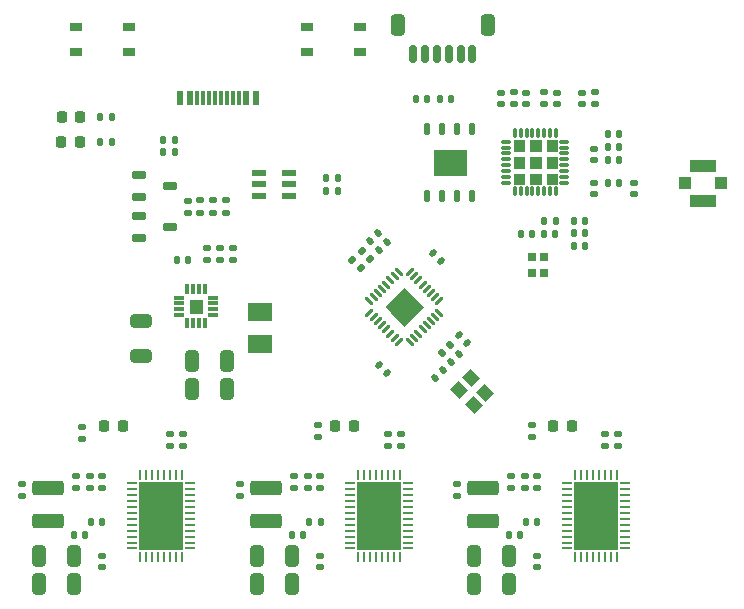
<source format=gbr>
%TF.GenerationSoftware,KiCad,Pcbnew,8.0.3*%
%TF.CreationDate,2024-09-21T15:41:28+02:00*%
%TF.ProjectId,POV_Motor_crtl,504f565f-4d6f-4746-9f72-5f6372746c2e,rev?*%
%TF.SameCoordinates,Original*%
%TF.FileFunction,Paste,Top*%
%TF.FilePolarity,Positive*%
%FSLAX46Y46*%
G04 Gerber Fmt 4.6, Leading zero omitted, Abs format (unit mm)*
G04 Created by KiCad (PCBNEW 8.0.3) date 2024-09-21 15:41:28*
%MOMM*%
%LPD*%
G01*
G04 APERTURE LIST*
G04 Aperture macros list*
%AMRoundRect*
0 Rectangle with rounded corners*
0 $1 Rounding radius*
0 $2 $3 $4 $5 $6 $7 $8 $9 X,Y pos of 4 corners*
0 Add a 4 corners polygon primitive as box body*
4,1,4,$2,$3,$4,$5,$6,$7,$8,$9,$2,$3,0*
0 Add four circle primitives for the rounded corners*
1,1,$1+$1,$2,$3*
1,1,$1+$1,$4,$5*
1,1,$1+$1,$6,$7*
1,1,$1+$1,$8,$9*
0 Add four rect primitives between the rounded corners*
20,1,$1+$1,$2,$3,$4,$5,0*
20,1,$1+$1,$4,$5,$6,$7,0*
20,1,$1+$1,$6,$7,$8,$9,0*
20,1,$1+$1,$8,$9,$2,$3,0*%
%AMRotRect*
0 Rectangle, with rotation*
0 The origin of the aperture is its center*
0 $1 length*
0 $2 width*
0 $3 Rotation angle, in degrees counterclockwise*
0 Add horizontal line*
21,1,$1,$2,0,0,$3*%
G04 Aperture macros list end*
%ADD10C,0.010000*%
%ADD11C,0.000000*%
%ADD12R,0.700000X0.750000*%
%ADD13RoundRect,0.140000X0.140000X0.170000X-0.140000X0.170000X-0.140000X-0.170000X0.140000X-0.170000X0*%
%ADD14RoundRect,0.250000X0.325000X0.650000X-0.325000X0.650000X-0.325000X-0.650000X0.325000X-0.650000X0*%
%ADD15RoundRect,0.135000X0.185000X-0.135000X0.185000X0.135000X-0.185000X0.135000X-0.185000X-0.135000X0*%
%ADD16RoundRect,0.055000X0.165000X-0.465000X0.165000X0.465000X-0.165000X0.465000X-0.165000X-0.465000X0*%
%ADD17RoundRect,0.135000X0.135000X0.185000X-0.135000X0.185000X-0.135000X-0.185000X0.135000X-0.185000X0*%
%ADD18RoundRect,0.140000X-0.170000X0.140000X-0.170000X-0.140000X0.170000X-0.140000X0.170000X0.140000X0*%
%ADD19RoundRect,0.135000X-0.185000X0.135000X-0.185000X-0.135000X0.185000X-0.135000X0.185000X0.135000X0*%
%ADD20RoundRect,0.250000X1.075000X-0.375000X1.075000X0.375000X-1.075000X0.375000X-1.075000X-0.375000X0*%
%ADD21RoundRect,0.140000X0.170000X-0.140000X0.170000X0.140000X-0.170000X0.140000X-0.170000X-0.140000X0*%
%ADD22RoundRect,0.031250X0.348250X-0.215668X-0.215668X0.348250X-0.348250X0.215668X0.215668X-0.348250X0*%
%ADD23RoundRect,0.031250X0.348250X0.215668X0.215668X0.348250X-0.348250X-0.215668X-0.215668X-0.348250X0*%
%ADD24RoundRect,0.162500X-0.447500X-0.162500X0.447500X-0.162500X0.447500X0.162500X-0.447500X0.162500X0*%
%ADD25RoundRect,0.300000X0.300000X0.600000X-0.300000X0.600000X-0.300000X-0.600000X0.300000X-0.600000X0*%
%ADD26RoundRect,0.150000X0.150000X0.625000X-0.150000X0.625000X-0.150000X-0.625000X0.150000X-0.625000X0*%
%ADD27RoundRect,0.218750X0.218750X0.256250X-0.218750X0.256250X-0.218750X-0.256250X0.218750X-0.256250X0*%
%ADD28RoundRect,0.140000X-0.140000X-0.170000X0.140000X-0.170000X0.140000X0.170000X-0.140000X0.170000X0*%
%ADD29RoundRect,0.218750X-0.218750X-0.256250X0.218750X-0.256250X0.218750X0.256250X-0.218750X0.256250X0*%
%ADD30RoundRect,0.250000X-0.650000X0.325000X-0.650000X-0.325000X0.650000X-0.325000X0.650000X0.325000X0*%
%ADD31RoundRect,0.135000X0.226274X0.035355X0.035355X0.226274X-0.226274X-0.035355X-0.035355X-0.226274X0*%
%ADD32RotRect,1.150000X1.000000X315.000000*%
%ADD33RoundRect,0.140000X-0.219203X-0.021213X-0.021213X-0.219203X0.219203X0.021213X0.021213X0.219203X0*%
%ADD34RoundRect,0.032500X0.397500X0.097500X-0.397500X0.097500X-0.397500X-0.097500X0.397500X-0.097500X0*%
%ADD35RoundRect,0.032500X0.097500X0.397500X-0.097500X0.397500X-0.097500X-0.397500X0.097500X-0.397500X0*%
%ADD36RoundRect,0.140000X0.021213X-0.219203X0.219203X-0.021213X-0.021213X0.219203X-0.219203X0.021213X0*%
%ADD37R,0.812800X0.254000*%
%ADD38R,0.254000X0.812800*%
%ADD39R,3.810000X5.791200*%
%ADD40RoundRect,0.135000X-0.135000X-0.185000X0.135000X-0.185000X0.135000X0.185000X-0.135000X0.185000X0*%
%ADD41R,2.000000X1.500000*%
%ADD42R,0.990600X0.711200*%
%ADD43RoundRect,0.147500X-0.147500X-0.172500X0.147500X-0.172500X0.147500X0.172500X-0.147500X0.172500X0*%
%ADD44RoundRect,0.041300X0.563700X0.253700X-0.563700X0.253700X-0.563700X-0.253700X0.563700X-0.253700X0*%
%ADD45RoundRect,0.033750X0.371250X0.101250X-0.371250X0.101250X-0.371250X-0.101250X0.371250X-0.101250X0*%
%ADD46RoundRect,0.033750X0.101250X0.371250X-0.101250X0.371250X-0.101250X-0.371250X0.101250X-0.371250X0*%
%ADD47RoundRect,0.140000X0.219203X0.021213X0.021213X0.219203X-0.219203X-0.021213X-0.021213X-0.219203X0*%
%ADD48R,1.050000X1.000000*%
%ADD49R,2.200000X1.050000*%
%ADD50R,0.600000X1.150000*%
%ADD51R,0.300000X1.150000*%
%ADD52RoundRect,0.140000X-0.021213X0.219203X-0.219203X0.021213X0.021213X-0.219203X0.219203X-0.021213X0*%
%ADD53RoundRect,0.135000X-0.035355X0.226274X-0.226274X0.035355X0.035355X-0.226274X0.226274X-0.035355X0*%
G04 APERTURE END LIST*
D10*
%TO.C,U201*%
X69063640Y-99980040D02*
X66343640Y-99980040D01*
X66343640Y-97820040D01*
X69063640Y-97820040D01*
X69063640Y-99980040D01*
G36*
X69063640Y-99980040D02*
G01*
X66343640Y-99980040D01*
X66343640Y-97820040D01*
X69063640Y-97820040D01*
X69063640Y-99980040D01*
G37*
%TO.C,U204*%
X65450777Y-111125000D02*
X63881000Y-112694777D01*
X62311223Y-111125000D01*
X63881000Y-109555223D01*
X65450777Y-111125000D01*
G36*
X65450777Y-111125000D02*
G01*
X63881000Y-112694777D01*
X62311223Y-111125000D01*
X63881000Y-109555223D01*
X65450777Y-111125000D01*
G37*
%TO.C,U401*%
X46758000Y-111604200D02*
X45698000Y-111604200D01*
X45698000Y-110544200D01*
X46758000Y-110544200D01*
X46758000Y-111604200D01*
G36*
X46758000Y-111604200D02*
G01*
X45698000Y-111604200D01*
X45698000Y-110544200D01*
X46758000Y-110544200D01*
X46758000Y-111604200D01*
G37*
D11*
%TO.C,U601*%
G36*
X61004900Y-127268707D02*
G01*
X59934900Y-127268707D01*
X59934900Y-126020907D01*
X61004900Y-126020907D01*
X61004900Y-127268707D01*
G37*
G36*
X61004900Y-128716507D02*
G01*
X59934900Y-128716507D01*
X59934900Y-127468707D01*
X61004900Y-127468707D01*
X61004900Y-128716507D01*
G37*
G36*
X61004900Y-130164307D02*
G01*
X59934900Y-130164307D01*
X59934900Y-128916507D01*
X61004900Y-128916507D01*
X61004900Y-130164307D01*
G37*
G36*
X61004900Y-131612107D02*
G01*
X59934900Y-131612107D01*
X59934900Y-130364307D01*
X61004900Y-130364307D01*
X61004900Y-131612107D01*
G37*
G36*
X62274900Y-127268707D02*
G01*
X61204900Y-127268707D01*
X61204900Y-126020907D01*
X62274900Y-126020907D01*
X62274900Y-127268707D01*
G37*
G36*
X62274900Y-128716507D02*
G01*
X61204900Y-128716507D01*
X61204900Y-127468707D01*
X62274900Y-127468707D01*
X62274900Y-128716507D01*
G37*
G36*
X62274900Y-130164307D02*
G01*
X61204900Y-130164307D01*
X61204900Y-128916507D01*
X62274900Y-128916507D01*
X62274900Y-130164307D01*
G37*
G36*
X62274900Y-131612107D02*
G01*
X61204900Y-131612107D01*
X61204900Y-130364307D01*
X62274900Y-130364307D01*
X62274900Y-131612107D01*
G37*
G36*
X63544900Y-127268707D02*
G01*
X62474900Y-127268707D01*
X62474900Y-126020907D01*
X63544900Y-126020907D01*
X63544900Y-127268707D01*
G37*
G36*
X63544900Y-128716507D02*
G01*
X62474900Y-128716507D01*
X62474900Y-127468707D01*
X63544900Y-127468707D01*
X63544900Y-128716507D01*
G37*
G36*
X63544900Y-130164307D02*
G01*
X62474900Y-130164307D01*
X62474900Y-128916507D01*
X63544900Y-128916507D01*
X63544900Y-130164307D01*
G37*
G36*
X63544900Y-131612107D02*
G01*
X62474900Y-131612107D01*
X62474900Y-130364307D01*
X63544900Y-130364307D01*
X63544900Y-131612107D01*
G37*
%TO.C,U501*%
G36*
X79354900Y-127268707D02*
G01*
X78284900Y-127268707D01*
X78284900Y-126020907D01*
X79354900Y-126020907D01*
X79354900Y-127268707D01*
G37*
G36*
X79354900Y-128716507D02*
G01*
X78284900Y-128716507D01*
X78284900Y-127468707D01*
X79354900Y-127468707D01*
X79354900Y-128716507D01*
G37*
G36*
X79354900Y-130164307D02*
G01*
X78284900Y-130164307D01*
X78284900Y-128916507D01*
X79354900Y-128916507D01*
X79354900Y-130164307D01*
G37*
G36*
X79354900Y-131612107D02*
G01*
X78284900Y-131612107D01*
X78284900Y-130364307D01*
X79354900Y-130364307D01*
X79354900Y-131612107D01*
G37*
G36*
X80624900Y-127268707D02*
G01*
X79554900Y-127268707D01*
X79554900Y-126020907D01*
X80624900Y-126020907D01*
X80624900Y-127268707D01*
G37*
G36*
X80624900Y-128716507D02*
G01*
X79554900Y-128716507D01*
X79554900Y-127468707D01*
X80624900Y-127468707D01*
X80624900Y-128716507D01*
G37*
G36*
X80624900Y-130164307D02*
G01*
X79554900Y-130164307D01*
X79554900Y-128916507D01*
X80624900Y-128916507D01*
X80624900Y-130164307D01*
G37*
G36*
X80624900Y-131612107D02*
G01*
X79554900Y-131612107D01*
X79554900Y-130364307D01*
X80624900Y-130364307D01*
X80624900Y-131612107D01*
G37*
G36*
X81894900Y-127268707D02*
G01*
X80824900Y-127268707D01*
X80824900Y-126020907D01*
X81894900Y-126020907D01*
X81894900Y-127268707D01*
G37*
G36*
X81894900Y-128716507D02*
G01*
X80824900Y-128716507D01*
X80824900Y-127468707D01*
X81894900Y-127468707D01*
X81894900Y-128716507D01*
G37*
G36*
X81894900Y-130164307D02*
G01*
X80824900Y-130164307D01*
X80824900Y-128916507D01*
X81894900Y-128916507D01*
X81894900Y-130164307D01*
G37*
G36*
X81894900Y-131612107D02*
G01*
X80824900Y-131612107D01*
X80824900Y-130364307D01*
X81894900Y-130364307D01*
X81894900Y-131612107D01*
G37*
D10*
%TO.C,U202*%
X74018040Y-97924640D02*
X73118040Y-97924640D01*
X73118040Y-97024640D01*
X74018040Y-97024640D01*
X74018040Y-97924640D01*
G36*
X74018040Y-97924640D02*
G01*
X73118040Y-97924640D01*
X73118040Y-97024640D01*
X74018040Y-97024640D01*
X74018040Y-97924640D01*
G37*
X74018040Y-100724640D02*
X73118040Y-100724640D01*
X73118040Y-99824640D01*
X74018040Y-99824640D01*
X74018040Y-100724640D01*
G36*
X74018040Y-100724640D02*
G01*
X73118040Y-100724640D01*
X73118040Y-99824640D01*
X74018040Y-99824640D01*
X74018040Y-100724640D01*
G37*
X74018041Y-98424640D02*
X74018041Y-99324640D01*
X73118040Y-99324641D01*
X73118040Y-98424639D01*
X74018041Y-98424640D01*
G36*
X74018041Y-98424640D02*
G01*
X74018041Y-99324640D01*
X73118040Y-99324641D01*
X73118040Y-98424639D01*
X74018041Y-98424640D01*
G37*
X75418040Y-97924641D02*
X74518040Y-97924641D01*
X74518039Y-97024640D01*
X75418041Y-97024640D01*
X75418040Y-97924641D01*
G36*
X75418040Y-97924641D02*
G01*
X74518040Y-97924641D01*
X74518039Y-97024640D01*
X75418041Y-97024640D01*
X75418040Y-97924641D01*
G37*
X75418040Y-99324640D02*
X74518040Y-99324640D01*
X74518040Y-98424640D01*
X75418040Y-98424640D01*
X75418040Y-99324640D01*
G36*
X75418040Y-99324640D02*
G01*
X74518040Y-99324640D01*
X74518040Y-98424640D01*
X75418040Y-98424640D01*
X75418040Y-99324640D01*
G37*
X75418041Y-100724640D02*
X74518039Y-100724640D01*
X74518040Y-99824639D01*
X75418040Y-99824639D01*
X75418041Y-100724640D01*
G36*
X75418041Y-100724640D02*
G01*
X74518039Y-100724640D01*
X74518040Y-99824639D01*
X75418040Y-99824639D01*
X75418041Y-100724640D01*
G37*
X76818040Y-97924640D02*
X75918040Y-97924640D01*
X75918040Y-97024640D01*
X76818040Y-97024640D01*
X76818040Y-97924640D01*
G36*
X76818040Y-97924640D02*
G01*
X75918040Y-97924640D01*
X75918040Y-97024640D01*
X76818040Y-97024640D01*
X76818040Y-97924640D01*
G37*
X76818040Y-99324641D02*
X75918039Y-99324640D01*
X75918039Y-98424640D01*
X76818040Y-98424639D01*
X76818040Y-99324641D01*
G36*
X76818040Y-99324641D02*
G01*
X75918039Y-99324640D01*
X75918039Y-98424640D01*
X76818040Y-98424639D01*
X76818040Y-99324641D01*
G37*
X76818040Y-100724640D02*
X75918040Y-100724640D01*
X75918040Y-99824640D01*
X76818040Y-99824640D01*
X76818040Y-100724640D01*
G36*
X76818040Y-100724640D02*
G01*
X75918040Y-100724640D01*
X75918040Y-99824640D01*
X76818040Y-99824640D01*
X76818040Y-100724640D01*
G37*
D11*
%TO.C,U301*%
G36*
X42525100Y-127268707D02*
G01*
X41455100Y-127268707D01*
X41455100Y-126020907D01*
X42525100Y-126020907D01*
X42525100Y-127268707D01*
G37*
G36*
X42525100Y-128716507D02*
G01*
X41455100Y-128716507D01*
X41455100Y-127468707D01*
X42525100Y-127468707D01*
X42525100Y-128716507D01*
G37*
G36*
X42525100Y-130164307D02*
G01*
X41455100Y-130164307D01*
X41455100Y-128916507D01*
X42525100Y-128916507D01*
X42525100Y-130164307D01*
G37*
G36*
X42525100Y-131612107D02*
G01*
X41455100Y-131612107D01*
X41455100Y-130364307D01*
X42525100Y-130364307D01*
X42525100Y-131612107D01*
G37*
G36*
X43795100Y-127268707D02*
G01*
X42725100Y-127268707D01*
X42725100Y-126020907D01*
X43795100Y-126020907D01*
X43795100Y-127268707D01*
G37*
G36*
X43795100Y-128716507D02*
G01*
X42725100Y-128716507D01*
X42725100Y-127468707D01*
X43795100Y-127468707D01*
X43795100Y-128716507D01*
G37*
G36*
X43795100Y-130164307D02*
G01*
X42725100Y-130164307D01*
X42725100Y-128916507D01*
X43795100Y-128916507D01*
X43795100Y-130164307D01*
G37*
G36*
X43795100Y-131612107D02*
G01*
X42725100Y-131612107D01*
X42725100Y-130364307D01*
X43795100Y-130364307D01*
X43795100Y-131612107D01*
G37*
G36*
X45065100Y-127268707D02*
G01*
X43995100Y-127268707D01*
X43995100Y-126020907D01*
X45065100Y-126020907D01*
X45065100Y-127268707D01*
G37*
G36*
X45065100Y-128716507D02*
G01*
X43995100Y-128716507D01*
X43995100Y-127468707D01*
X45065100Y-127468707D01*
X45065100Y-128716507D01*
G37*
G36*
X45065100Y-130164307D02*
G01*
X43995100Y-130164307D01*
X43995100Y-128916507D01*
X45065100Y-128916507D01*
X45065100Y-130164307D01*
G37*
G36*
X45065100Y-131612107D02*
G01*
X43995100Y-131612107D01*
X43995100Y-130364307D01*
X45065100Y-130364307D01*
X45065100Y-131612107D01*
G37*
%TD*%
D12*
%TO.C,X201*%
X75722040Y-108261841D03*
X75722040Y-106911841D03*
X74722042Y-106911841D03*
X74722042Y-108261841D03*
%TD*%
D13*
%TO.C,C302*%
X36844000Y-130424200D03*
X35884000Y-130424200D03*
%TD*%
D14*
%TO.C,C308*%
X35883200Y-132176800D03*
X32933200Y-132176800D03*
%TD*%
D15*
%TO.C,R302*%
X44009400Y-122882400D03*
X44009400Y-121862400D03*
%TD*%
%TO.C,R408*%
X47675800Y-103125999D03*
X47675800Y-102106001D03*
%TD*%
D16*
%TO.C,U201*%
X65798640Y-101745040D03*
X67068640Y-101745040D03*
X68338640Y-101745040D03*
X69608640Y-101745040D03*
X69608640Y-96055040D03*
X68338640Y-96055040D03*
X67068640Y-96055040D03*
X65798640Y-96055040D03*
%TD*%
D17*
%TO.C,R401*%
X39117999Y-94997200D03*
X38098001Y-94997200D03*
%TD*%
D15*
%TO.C,R503*%
X81931400Y-122882399D03*
X81931400Y-121862401D03*
%TD*%
D18*
%TO.C,C503*%
X75124200Y-132204800D03*
X75124200Y-133164800D03*
%TD*%
D19*
%TO.C,R406*%
X45542200Y-102108001D03*
X45542200Y-103127999D03*
%TD*%
D20*
%TO.C,L601*%
X52176800Y-129233400D03*
X52176800Y-126433400D03*
%TD*%
D21*
%TO.C,C206*%
X72072441Y-93944440D03*
X72072441Y-92984440D03*
%TD*%
D22*
%TO.C,U204*%
X64365368Y-114084242D03*
X64718922Y-113730688D03*
X65072475Y-113377135D03*
X65426028Y-113023582D03*
X65779582Y-112670028D03*
X66133135Y-112316475D03*
X66486688Y-111962922D03*
X66840242Y-111609368D03*
D23*
X66840242Y-110640632D03*
X66486688Y-110287078D03*
X66133135Y-109933525D03*
X65779582Y-109579972D03*
X65426028Y-109226418D03*
X65072475Y-108872865D03*
X64718922Y-108519312D03*
X64365368Y-108165758D03*
D22*
X63396632Y-108165758D03*
X63043078Y-108519312D03*
X62689525Y-108872865D03*
X62335972Y-109226418D03*
X61982418Y-109579972D03*
X61628865Y-109933525D03*
X61275312Y-110287078D03*
X60921758Y-110640632D03*
D23*
X60921758Y-111609368D03*
X61275312Y-111962922D03*
X61628865Y-112316475D03*
X61982418Y-112670028D03*
X62335972Y-113023582D03*
X62689525Y-113377135D03*
X63043078Y-113730688D03*
X63396632Y-114084242D03*
%TD*%
D24*
%TO.C,Q401*%
X41412801Y-99913400D03*
X41412801Y-101813400D03*
X44032800Y-100863400D03*
%TD*%
D18*
%TO.C,C605*%
X56774200Y-125451000D03*
X56774200Y-126411000D03*
%TD*%
D13*
%TO.C,C301*%
X38317200Y-129306600D03*
X37357200Y-129306600D03*
%TD*%
D21*
%TO.C,C207*%
X76784200Y-93926600D03*
X76784200Y-92966600D03*
%TD*%
D25*
%TO.C,J203*%
X70940200Y-87208000D03*
X63340200Y-87208000D03*
D26*
X64640199Y-89733000D03*
X65640200Y-89733000D03*
X66640200Y-89733000D03*
X67640200Y-89733000D03*
X68640200Y-89732999D03*
X69640200Y-89733000D03*
%TD*%
D15*
%TO.C,R409*%
X48742601Y-103125999D03*
X48742601Y-102106001D03*
%TD*%
D18*
%TO.C,C211*%
X79921040Y-100629840D03*
X79921040Y-101589840D03*
%TD*%
D21*
%TO.C,C607*%
X54539000Y-126408400D03*
X54539000Y-125448400D03*
%TD*%
D27*
%TO.C,D301*%
X40055901Y-121183400D03*
X38480899Y-121183400D03*
%TD*%
D28*
%TO.C,C202*%
X66852800Y-93522800D03*
X67812800Y-93522800D03*
%TD*%
D29*
%TO.C,D401*%
X34848699Y-94996000D03*
X36423701Y-94996000D03*
%TD*%
D28*
%TO.C,C204*%
X78221840Y-103827639D03*
X79181840Y-103827639D03*
%TD*%
D18*
%TO.C,C606*%
X55707400Y-125448400D03*
X55707400Y-126408400D03*
%TD*%
D15*
%TO.C,R304*%
X36550600Y-122328399D03*
X36550600Y-121308401D03*
%TD*%
D30*
%TO.C,C401*%
X41579800Y-112342399D03*
X41579800Y-115292401D03*
%TD*%
D31*
%TO.C,R203*%
X60975166Y-107081282D03*
X60253918Y-106360034D03*
%TD*%
D21*
%TO.C,C215*%
X78930440Y-93944440D03*
X78930440Y-92984440D03*
%TD*%
D15*
%TO.C,R603*%
X63581400Y-122882400D03*
X63581400Y-121862400D03*
%TD*%
D14*
%TO.C,C304*%
X35883200Y-134564400D03*
X32933200Y-134564400D03*
%TD*%
D18*
%TO.C,C212*%
X83299240Y-100629840D03*
X83299240Y-101589840D03*
%TD*%
D19*
%TO.C,R404*%
X48260000Y-106142601D03*
X48260000Y-107162599D03*
%TD*%
D13*
%TO.C,C213*%
X76667241Y-104919840D03*
X75707241Y-104919840D03*
%TD*%
D15*
%TO.C,R301*%
X31461800Y-127124200D03*
X31461800Y-126104200D03*
%TD*%
D19*
%TO.C,R402*%
X49352200Y-106144601D03*
X49352200Y-107164599D03*
%TD*%
D32*
%TO.C,X202*%
X68514671Y-118149540D03*
X69752108Y-119386977D03*
X70742057Y-118397028D03*
X69504620Y-117159591D03*
%TD*%
D33*
%TO.C,C223*%
X68480730Y-113497626D03*
X69159552Y-114176448D03*
%TD*%
D13*
%TO.C,C602*%
X55323800Y-130424200D03*
X54363800Y-130424200D03*
%TD*%
D15*
%TO.C,R504*%
X74701400Y-122099799D03*
X74701400Y-121079801D03*
%TD*%
D14*
%TO.C,C604*%
X54363000Y-134564400D03*
X51413000Y-134564400D03*
%TD*%
D18*
%TO.C,C506*%
X75124200Y-125451000D03*
X75124200Y-126411000D03*
%TD*%
D34*
%TO.C,U401*%
X47663000Y-111824200D03*
X47663000Y-111324200D03*
X47663000Y-110824200D03*
X47663000Y-110324200D03*
D35*
X46978000Y-109639200D03*
X46478000Y-109639200D03*
X45978000Y-109639200D03*
X45478000Y-109639200D03*
D34*
X44793000Y-110324200D03*
X44793000Y-110824200D03*
X44793000Y-111324200D03*
X44793000Y-111824200D03*
D35*
X45478000Y-112509200D03*
X45978000Y-112509200D03*
X46478000Y-112509200D03*
X46978000Y-112509200D03*
%TD*%
D13*
%TO.C,C201*%
X65806200Y-93522800D03*
X64846200Y-93522800D03*
%TD*%
D36*
%TO.C,C219*%
X61727577Y-106273823D03*
X62406399Y-105595001D03*
%TD*%
D14*
%TO.C,C404*%
X48846001Y-118059200D03*
X45895999Y-118059200D03*
%TD*%
D15*
%TO.C,R601*%
X49941600Y-127124200D03*
X49941600Y-126104200D03*
%TD*%
%TO.C,R303*%
X45101600Y-122882400D03*
X45101600Y-121862400D03*
%TD*%
D28*
%TO.C,C214*%
X73751439Y-104919840D03*
X74711439Y-104919840D03*
%TD*%
D37*
%TO.C,U601*%
X59288800Y-126065814D03*
X59288800Y-126565940D03*
X59288800Y-127066066D03*
X59288800Y-127566192D03*
X59288800Y-128066318D03*
X59288800Y-128566444D03*
X59288800Y-129066570D03*
X59288800Y-129566696D03*
X59288800Y-130066822D03*
X59288800Y-130566948D03*
X59288800Y-131067074D03*
X59288800Y-131567200D03*
D38*
X59989459Y-132270907D03*
X60489585Y-132270907D03*
X60989711Y-132270907D03*
X61489837Y-132270907D03*
X61989963Y-132270907D03*
X62490089Y-132270907D03*
X62990215Y-132270907D03*
X63490341Y-132270907D03*
D37*
X64191000Y-131567200D03*
X64191000Y-131067074D03*
X64191000Y-130566948D03*
X64191000Y-130066822D03*
X64191000Y-129566696D03*
X64191000Y-129066570D03*
X64191000Y-128566444D03*
X64191000Y-128066318D03*
X64191000Y-127566192D03*
X64191000Y-127066066D03*
X64191000Y-126565940D03*
X64191000Y-126065814D03*
D38*
X63490341Y-125362107D03*
X62990215Y-125362107D03*
X62490089Y-125362107D03*
X61989963Y-125362107D03*
X61489837Y-125362107D03*
X60989711Y-125362107D03*
X60489585Y-125362107D03*
X59989459Y-125362107D03*
D39*
X61739900Y-128816507D03*
%TD*%
D40*
%TO.C,R209*%
X43457400Y-96951800D03*
X44477400Y-96951800D03*
%TD*%
D18*
%TO.C,C303*%
X38294400Y-132204800D03*
X38294400Y-133164800D03*
%TD*%
D37*
%TO.C,U501*%
X77638800Y-126065814D03*
X77638800Y-126565940D03*
X77638800Y-127066066D03*
X77638800Y-127566192D03*
X77638800Y-128066318D03*
X77638800Y-128566444D03*
X77638800Y-129066570D03*
X77638800Y-129566696D03*
X77638800Y-130066822D03*
X77638800Y-130566948D03*
X77638800Y-131067074D03*
X77638800Y-131567200D03*
D38*
X78339459Y-132270907D03*
X78839585Y-132270907D03*
X79339711Y-132270907D03*
X79839837Y-132270907D03*
X80339963Y-132270907D03*
X80840089Y-132270907D03*
X81340215Y-132270907D03*
X81840341Y-132270907D03*
D37*
X82541000Y-131567200D03*
X82541000Y-131067074D03*
X82541000Y-130566948D03*
X82541000Y-130066822D03*
X82541000Y-129566696D03*
X82541000Y-129066570D03*
X82541000Y-128566444D03*
X82541000Y-128066318D03*
X82541000Y-127566192D03*
X82541000Y-127066066D03*
X82541000Y-126565940D03*
X82541000Y-126065814D03*
D38*
X81840341Y-125362107D03*
X81340215Y-125362107D03*
X80840089Y-125362107D03*
X80339963Y-125362107D03*
X79839837Y-125362107D03*
X79339711Y-125362107D03*
X78839585Y-125362107D03*
X78339459Y-125362107D03*
D39*
X80089900Y-128816507D03*
%TD*%
D21*
%TO.C,C216*%
X74206041Y-93944440D03*
X74206041Y-92984440D03*
%TD*%
D41*
%TO.C,L401*%
X51612800Y-111526800D03*
X51612800Y-114226800D03*
%TD*%
D13*
%TO.C,C210*%
X82077440Y-96512439D03*
X81117440Y-96512439D03*
%TD*%
D33*
%TO.C,C218*%
X66325468Y-106564868D03*
X67004290Y-107243690D03*
%TD*%
D42*
%TO.C,SW201*%
X40550001Y-89574999D03*
X40550001Y-87425001D03*
X36049999Y-89574999D03*
X36049999Y-87425001D03*
%TD*%
D18*
%TO.C,C603*%
X56774200Y-132204800D03*
X56774200Y-133164800D03*
%TD*%
D15*
%TO.C,R210*%
X73139240Y-93974439D03*
X73139240Y-92954441D03*
%TD*%
%TO.C,R602*%
X62489200Y-122882400D03*
X62489200Y-121862400D03*
%TD*%
D21*
%TO.C,C508*%
X72889000Y-126408400D03*
X72889000Y-125448400D03*
%TD*%
D28*
%TO.C,C203*%
X78221840Y-105961240D03*
X79181840Y-105961240D03*
%TD*%
%TO.C,C205*%
X78221840Y-104894440D03*
X79181840Y-104894440D03*
%TD*%
D15*
%TO.C,R604*%
X56591200Y-122099800D03*
X56591200Y-121079800D03*
%TD*%
D29*
%TO.C,D402*%
X34841500Y-97155000D03*
X36416502Y-97155000D03*
%TD*%
D17*
%TO.C,R207*%
X58264399Y-101269800D03*
X57244401Y-101269800D03*
%TD*%
D15*
%TO.C,R502*%
X80839200Y-122882399D03*
X80839200Y-121862401D03*
%TD*%
D40*
%TO.C,R208*%
X43454600Y-98036800D03*
X44474600Y-98036800D03*
%TD*%
D13*
%TO.C,C502*%
X73673800Y-130424200D03*
X72713800Y-130424200D03*
%TD*%
D28*
%TO.C,C402*%
X44630400Y-107111801D03*
X45590400Y-107111801D03*
%TD*%
D18*
%TO.C,C305*%
X38294400Y-125451000D03*
X38294400Y-126411000D03*
%TD*%
D43*
%TO.C,L202*%
X81112441Y-100627240D03*
X82082441Y-100627240D03*
%TD*%
D44*
%TO.C,U203*%
X54081800Y-101686399D03*
X54081800Y-100736400D03*
X54081800Y-99786401D03*
X51571800Y-99786401D03*
X51571800Y-100736400D03*
X51571800Y-101686399D03*
%TD*%
D27*
%TO.C,D601*%
X59588501Y-121234200D03*
X58013499Y-121234200D03*
%TD*%
D45*
%TO.C,U202*%
X77418040Y-100624639D03*
X77418040Y-100124640D03*
X77418041Y-99624640D03*
X77418040Y-99124640D03*
X77418040Y-98624640D03*
X77418041Y-98124640D03*
X77418040Y-97624640D03*
X77418040Y-97124641D03*
D46*
X76718039Y-96424640D03*
X76218040Y-96424640D03*
X75718040Y-96424639D03*
X75218040Y-96424640D03*
X74718040Y-96424640D03*
X74218040Y-96424639D03*
X73718040Y-96424640D03*
X73218041Y-96424640D03*
D45*
X72518040Y-97124641D03*
X72518040Y-97624640D03*
X72518039Y-98124640D03*
X72518040Y-98624640D03*
X72518040Y-99124640D03*
X72518039Y-99624640D03*
X72518040Y-100124640D03*
X72518040Y-100624639D03*
D46*
X73218041Y-101324640D03*
X73718040Y-101324640D03*
X74218040Y-101324641D03*
X74718040Y-101324640D03*
X75218040Y-101324640D03*
X75718040Y-101324641D03*
X76218040Y-101324640D03*
X76718039Y-101324640D03*
%TD*%
D15*
%TO.C,R405*%
X47167800Y-107162599D03*
X47167800Y-106142601D03*
%TD*%
%TO.C,R205*%
X79997240Y-93974439D03*
X79997240Y-92954441D03*
%TD*%
D47*
%TO.C,C217*%
X62442320Y-116690920D03*
X61763498Y-116012098D03*
%TD*%
D13*
%TO.C,C209*%
X82077441Y-97579240D03*
X81117441Y-97579240D03*
%TD*%
D15*
%TO.C,R501*%
X68291600Y-127124199D03*
X68291600Y-126104201D03*
%TD*%
D24*
%TO.C,Q402*%
X41412801Y-103387299D03*
X41412801Y-105287299D03*
X44032800Y-104337299D03*
%TD*%
D14*
%TO.C,C403*%
X48846001Y-115697000D03*
X45895999Y-115697000D03*
%TD*%
D31*
%TO.C,R202*%
X60203024Y-107853424D03*
X59481776Y-107132176D03*
%TD*%
D14*
%TO.C,C505*%
X72713001Y-132176800D03*
X69762999Y-132176800D03*
%TD*%
D13*
%TO.C,C501*%
X75147000Y-129306600D03*
X74187000Y-129306600D03*
%TD*%
D14*
%TO.C,C504*%
X72713001Y-134564400D03*
X69762999Y-134564400D03*
%TD*%
D21*
%TO.C,C208*%
X79921040Y-98668840D03*
X79921040Y-97708840D03*
%TD*%
D37*
%TO.C,U301*%
X40809000Y-126065814D03*
X40809000Y-126565940D03*
X40809000Y-127066066D03*
X40809000Y-127566192D03*
X40809000Y-128066318D03*
X40809000Y-128566444D03*
X40809000Y-129066570D03*
X40809000Y-129566696D03*
X40809000Y-130066822D03*
X40809000Y-130566948D03*
X40809000Y-131067074D03*
X40809000Y-131567200D03*
D38*
X41509659Y-132270907D03*
X42009785Y-132270907D03*
X42509911Y-132270907D03*
X43010037Y-132270907D03*
X43510163Y-132270907D03*
X44010289Y-132270907D03*
X44510415Y-132270907D03*
X45010541Y-132270907D03*
D37*
X45711200Y-131567200D03*
X45711200Y-131067074D03*
X45711200Y-130566948D03*
X45711200Y-130066822D03*
X45711200Y-129566696D03*
X45711200Y-129066570D03*
X45711200Y-128566444D03*
X45711200Y-128066318D03*
X45711200Y-127566192D03*
X45711200Y-127066066D03*
X45711200Y-126565940D03*
X45711200Y-126065814D03*
D38*
X45010541Y-125362107D03*
X44510415Y-125362107D03*
X44010289Y-125362107D03*
X43510163Y-125362107D03*
X43010037Y-125362107D03*
X42509911Y-125362107D03*
X42009785Y-125362107D03*
X41509659Y-125362107D03*
D39*
X43260100Y-128816507D03*
%TD*%
D36*
%TO.C,C221*%
X66449212Y-117158035D03*
X67128034Y-116479213D03*
%TD*%
D21*
%TO.C,C307*%
X36059200Y-126408400D03*
X36059200Y-125448400D03*
%TD*%
D14*
%TO.C,C608*%
X54363000Y-132176800D03*
X51413000Y-132176800D03*
%TD*%
D48*
%TO.C,J204*%
X87611700Y-100634800D03*
D49*
X89136700Y-102109801D03*
D48*
X90661700Y-100634800D03*
D49*
X89136700Y-99159799D03*
%TD*%
D50*
%TO.C,J201*%
X51307600Y-93451800D03*
X50507600Y-93451800D03*
D51*
X49357600Y-93451800D03*
X48357600Y-93451800D03*
X47857600Y-93451800D03*
X46857600Y-93451800D03*
D50*
X45707600Y-93451800D03*
X44907600Y-93451800D03*
D51*
X46357600Y-93451800D03*
X47357600Y-93451800D03*
X48857600Y-93451800D03*
X49857600Y-93451800D03*
%TD*%
D18*
%TO.C,C507*%
X74057400Y-125448400D03*
X74057400Y-126408400D03*
%TD*%
D52*
%TO.C,C222*%
X68510994Y-115096253D03*
X67832172Y-115775075D03*
%TD*%
D17*
%TO.C,R206*%
X58264399Y-100177600D03*
X57244401Y-100177600D03*
%TD*%
D13*
%TO.C,C601*%
X56797000Y-129306600D03*
X55837000Y-129306600D03*
%TD*%
D20*
%TO.C,L501*%
X70526800Y-129233399D03*
X70526800Y-126433401D03*
%TD*%
D18*
%TO.C,C306*%
X37227600Y-125448400D03*
X37227600Y-126408400D03*
%TD*%
D17*
%TO.C,R403*%
X39117999Y-97155000D03*
X38098001Y-97155000D03*
%TD*%
D36*
%TO.C,C220*%
X60973236Y-105519481D03*
X61652058Y-104840659D03*
%TD*%
D43*
%TO.C,L201*%
X81112440Y-98646039D03*
X82082440Y-98646039D03*
%TD*%
D53*
%TO.C,R211*%
X67759905Y-114302737D03*
X67038657Y-115023985D03*
%TD*%
D17*
%TO.C,R204*%
X76697239Y-103853040D03*
X75677241Y-103853040D03*
%TD*%
D15*
%TO.C,R201*%
X75704640Y-93949039D03*
X75704640Y-92929041D03*
%TD*%
D19*
%TO.C,R407*%
X46608999Y-102106001D03*
X46608999Y-103125999D03*
%TD*%
D20*
%TO.C,L301*%
X33697000Y-129233400D03*
X33697000Y-126433400D03*
%TD*%
D42*
%TO.C,SW202*%
X60150001Y-89574999D03*
X60150001Y-87425001D03*
X55649999Y-89574999D03*
X55649999Y-87425001D03*
%TD*%
D27*
%TO.C,D501*%
X78054301Y-121234200D03*
X76479299Y-121234200D03*
%TD*%
M02*

</source>
